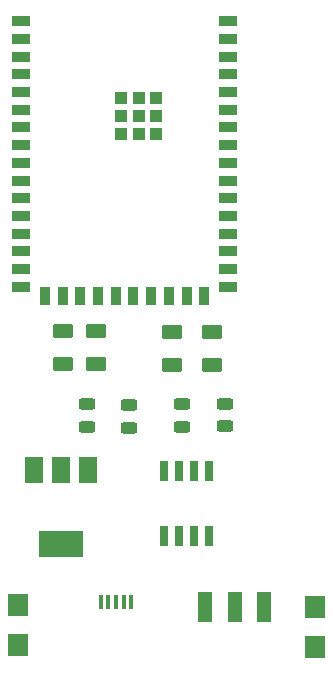
<source format=gbr>
%TF.GenerationSoftware,KiCad,Pcbnew,(6.0.1)*%
%TF.CreationDate,2022-04-26T22:40:30-05:00*%
%TF.ProjectId,LEDStripBoards,4c454453-7472-4697-9042-6f617264732e,rev?*%
%TF.SameCoordinates,Original*%
%TF.FileFunction,Paste,Bot*%
%TF.FilePolarity,Positive*%
%FSLAX46Y46*%
G04 Gerber Fmt 4.6, Leading zero omitted, Abs format (unit mm)*
G04 Created by KiCad (PCBNEW (6.0.1)) date 2022-04-26 22:40:30*
%MOMM*%
%LPD*%
G01*
G04 APERTURE LIST*
G04 Aperture macros list*
%AMRoundRect*
0 Rectangle with rounded corners*
0 $1 Rounding radius*
0 $2 $3 $4 $5 $6 $7 $8 $9 X,Y pos of 4 corners*
0 Add a 4 corners polygon primitive as box body*
4,1,4,$2,$3,$4,$5,$6,$7,$8,$9,$2,$3,0*
0 Add four circle primitives for the rounded corners*
1,1,$1+$1,$2,$3*
1,1,$1+$1,$4,$5*
1,1,$1+$1,$6,$7*
1,1,$1+$1,$8,$9*
0 Add four rect primitives between the rounded corners*
20,1,$1+$1,$2,$3,$4,$5,0*
20,1,$1+$1,$4,$5,$6,$7,0*
20,1,$1+$1,$6,$7,$8,$9,0*
20,1,$1+$1,$8,$9,$2,$3,0*%
G04 Aperture macros list end*
%ADD10RoundRect,0.243750X0.456250X-0.243750X0.456250X0.243750X-0.456250X0.243750X-0.456250X-0.243750X0*%
%ADD11RoundRect,0.250000X0.625000X-0.375000X0.625000X0.375000X-0.625000X0.375000X-0.625000X-0.375000X0*%
%ADD12RoundRect,0.250000X-0.625000X0.375000X-0.625000X-0.375000X0.625000X-0.375000X0.625000X0.375000X0*%
%ADD13R,1.100000X1.100000*%
%ADD14R,1.500000X0.900000*%
%ADD15R,0.900000X1.500000*%
%ADD16R,3.800000X2.200000*%
%ADD17R,1.500000X2.200000*%
%ADD18R,0.650000X1.750000*%
%ADD19R,1.250000X2.500000*%
%ADD20R,0.450000X1.300000*%
%ADD21R,1.700000X1.948000*%
G04 APERTURE END LIST*
D10*
%TO.C,0.1uF*%
X120802400Y-109580200D03*
X120802400Y-111455200D03*
%TD*%
%TO.C,22uF*%
X117144800Y-109631000D03*
X117144800Y-111506000D03*
%TD*%
D11*
%TO.C,Pwr*%
X107086400Y-103428800D03*
X107086400Y-106228800D03*
%TD*%
%TO.C,1k*%
X109875000Y-103425000D03*
X109875000Y-106225000D03*
%TD*%
%TO.C,1k*%
X116306600Y-103505000D03*
X116306600Y-106305000D03*
%TD*%
D12*
%TO.C,10k*%
X119675000Y-106275000D03*
X119675000Y-103475000D03*
%TD*%
D13*
%TO.C,U2*%
X111990000Y-85225000D03*
X114990000Y-83675000D03*
X111990000Y-86725000D03*
X111990000Y-83675000D03*
X113490000Y-86725000D03*
X113490000Y-85225000D03*
X114990000Y-85225000D03*
X113490000Y-83675000D03*
X114990000Y-86725000D03*
D14*
X103550000Y-77175000D03*
X103550000Y-78675000D03*
X103550000Y-80175000D03*
X103550000Y-81675000D03*
X103550000Y-83175000D03*
X103550000Y-84675000D03*
X103550000Y-86175000D03*
X103550000Y-87675000D03*
X103550000Y-89175000D03*
X103550000Y-90675000D03*
X103550000Y-92175000D03*
X103550000Y-93675000D03*
X103550000Y-95175000D03*
X103550000Y-96675000D03*
X103550000Y-98175000D03*
X103550000Y-99675000D03*
D15*
X105550000Y-100425000D03*
X107050000Y-100425000D03*
X108550000Y-100425000D03*
X110050000Y-100425000D03*
X111550000Y-100425000D03*
X113050000Y-100425000D03*
X114550000Y-100425000D03*
X116050000Y-100425000D03*
X117550000Y-100425000D03*
X119050000Y-100425000D03*
D14*
X121050000Y-99675000D03*
X121050000Y-98175000D03*
X121050000Y-96675000D03*
X121050000Y-95175000D03*
X121050000Y-93675000D03*
X121050000Y-92175000D03*
X121050000Y-90675000D03*
X121050000Y-89175000D03*
X121050000Y-87675000D03*
X121050000Y-86175000D03*
X121050000Y-84675000D03*
X121050000Y-83175000D03*
X121050000Y-81675000D03*
X121050000Y-80175000D03*
X121050000Y-78675000D03*
X121050000Y-77175000D03*
%TD*%
D10*
%TO.C,470uF*%
X112674400Y-109707200D03*
X112674400Y-111582200D03*
%TD*%
D16*
%TO.C,TLV1117-33*%
X106925000Y-121450000D03*
D17*
X109225000Y-115150000D03*
X106925000Y-115150000D03*
X104625000Y-115150000D03*
%TD*%
D18*
%TO.C,CH330N*%
X119480000Y-115225000D03*
X118210000Y-115225000D03*
X116940000Y-115225000D03*
X115670000Y-115225000D03*
X115670000Y-120725000D03*
X116940000Y-120725000D03*
X118210000Y-120725000D03*
X119480000Y-120725000D03*
%TD*%
D10*
%TO.C,1uF*%
X109118400Y-109626400D03*
X109118400Y-111501400D03*
%TD*%
D19*
%TO.C,0/1*%
X119115200Y-126790000D03*
X121615200Y-126790000D03*
X124115200Y-126790000D03*
%TD*%
D20*
%TO.C,J3*%
X110266960Y-126336980D03*
X110916960Y-126336980D03*
X111566960Y-126336980D03*
X112216960Y-126336980D03*
X112866960Y-126336980D03*
%TD*%
D21*
%TO.C,Reset*%
X103276400Y-126620800D03*
X103276400Y-130020800D03*
%TD*%
%TO.C,Boot*%
X128447800Y-126798600D03*
X128447800Y-130198600D03*
%TD*%
M02*

</source>
